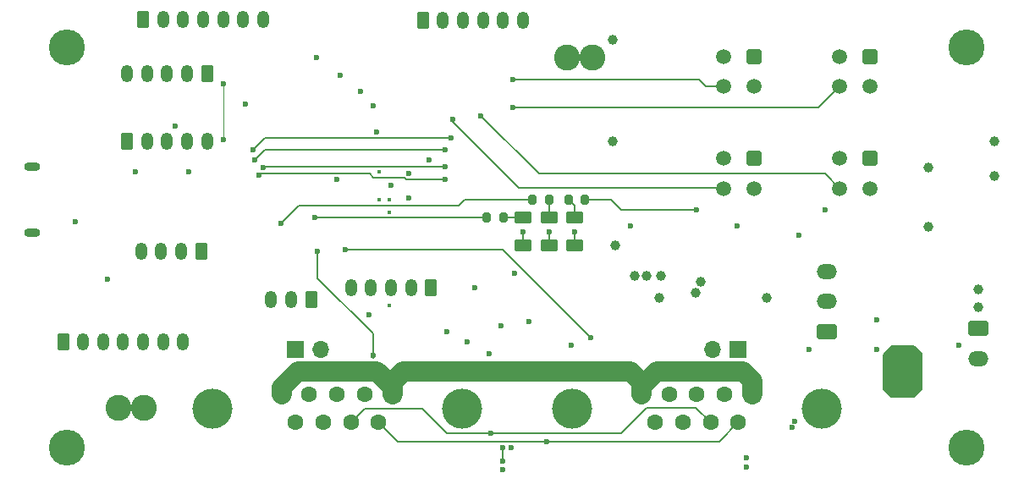
<source format=gbr>
%TF.GenerationSoftware,KiCad,Pcbnew,9.0.0*%
%TF.CreationDate,2025-05-15T11:56:12+12:00*%
%TF.ProjectId,Servo_Board,53657276-6f5f-4426-9f61-72642e6b6963,A*%
%TF.SameCoordinates,Original*%
%TF.FileFunction,Copper,L4,Bot*%
%TF.FilePolarity,Positive*%
%FSLAX46Y46*%
G04 Gerber Fmt 4.6, Leading zero omitted, Abs format (unit mm)*
G04 Created by KiCad (PCBNEW 9.0.0) date 2025-05-15 11:56:12*
%MOMM*%
%LPD*%
G01*
G04 APERTURE LIST*
G04 Aperture macros list*
%AMRoundRect*
0 Rectangle with rounded corners*
0 $1 Rounding radius*
0 $2 $3 $4 $5 $6 $7 $8 $9 X,Y pos of 4 corners*
0 Add a 4 corners polygon primitive as box body*
4,1,4,$2,$3,$4,$5,$6,$7,$8,$9,$2,$3,0*
0 Add four circle primitives for the rounded corners*
1,1,$1+$1,$2,$3*
1,1,$1+$1,$4,$5*
1,1,$1+$1,$6,$7*
1,1,$1+$1,$8,$9*
0 Add four rect primitives between the rounded corners*
20,1,$1+$1,$2,$3,$4,$5,0*
20,1,$1+$1,$4,$5,$6,$7,0*
20,1,$1+$1,$6,$7,$8,$9,0*
20,1,$1+$1,$8,$9,$2,$3,0*%
G04 Aperture macros list end*
%TA.AperFunction,ComponentPad*%
%ADD10C,2.600000*%
%TD*%
%TA.AperFunction,ComponentPad*%
%ADD11C,3.600000*%
%TD*%
%TA.AperFunction,ComponentPad*%
%ADD12RoundRect,0.250000X0.350000X0.625000X-0.350000X0.625000X-0.350000X-0.625000X0.350000X-0.625000X0*%
%TD*%
%TA.AperFunction,ComponentPad*%
%ADD13O,1.200000X1.750000*%
%TD*%
%TA.AperFunction,ComponentPad*%
%ADD14RoundRect,0.250000X-0.350000X-0.625000X0.350000X-0.625000X0.350000X0.625000X-0.350000X0.625000X0*%
%TD*%
%TA.AperFunction,ComponentPad*%
%ADD15R,1.700000X1.700000*%
%TD*%
%TA.AperFunction,ComponentPad*%
%ADD16O,1.700000X1.700000*%
%TD*%
%TA.AperFunction,HeatsinkPad*%
%ADD17O,1.600000X0.900000*%
%TD*%
%TA.AperFunction,SMDPad,CuDef*%
%ADD18RoundRect,0.250000X0.625000X-0.375000X0.625000X0.375000X-0.625000X0.375000X-0.625000X-0.375000X0*%
%TD*%
%TA.AperFunction,ComponentPad*%
%ADD19RoundRect,0.250001X0.499999X0.499999X-0.499999X0.499999X-0.499999X-0.499999X0.499999X-0.499999X0*%
%TD*%
%TA.AperFunction,ComponentPad*%
%ADD20C,1.500000*%
%TD*%
%TA.AperFunction,SMDPad,CuDef*%
%ADD21RoundRect,0.200000X0.200000X0.275000X-0.200000X0.275000X-0.200000X-0.275000X0.200000X-0.275000X0*%
%TD*%
%TA.AperFunction,ComponentPad*%
%ADD22RoundRect,0.250001X0.759999X-0.499999X0.759999X0.499999X-0.759999X0.499999X-0.759999X-0.499999X0*%
%TD*%
%TA.AperFunction,ComponentPad*%
%ADD23O,2.020000X1.500000*%
%TD*%
%TA.AperFunction,ComponentPad*%
%ADD24C,4.000000*%
%TD*%
%TA.AperFunction,ComponentPad*%
%ADD25R,1.600000X1.600000*%
%TD*%
%TA.AperFunction,ComponentPad*%
%ADD26C,1.600000*%
%TD*%
%TA.AperFunction,SMDPad,CuDef*%
%ADD27RoundRect,0.200000X-0.200000X-0.275000X0.200000X-0.275000X0.200000X0.275000X-0.200000X0.275000X0*%
%TD*%
%TA.AperFunction,ComponentPad*%
%ADD28RoundRect,0.250001X-0.759999X0.499999X-0.759999X-0.499999X0.759999X-0.499999X0.759999X0.499999X0*%
%TD*%
%TA.AperFunction,ViaPad*%
%ADD29C,0.450000*%
%TD*%
%TA.AperFunction,ViaPad*%
%ADD30C,0.600000*%
%TD*%
%TA.AperFunction,ViaPad*%
%ADD31C,1.000000*%
%TD*%
%TA.AperFunction,Conductor*%
%ADD32C,0.200000*%
%TD*%
%TA.AperFunction,Conductor*%
%ADD33C,2.000000*%
%TD*%
%TA.AperFunction,Conductor*%
%ADD34C,0.100000*%
%TD*%
G04 APERTURE END LIST*
D10*
%TO.P,TP20,1,1*%
%TO.N,GND*%
X155000000Y-81000000D03*
X157540000Y-81000000D03*
%TD*%
%TO.P,TP19,1,1*%
%TO.N,GND*%
X110130000Y-116000000D03*
X112670000Y-116000000D03*
%TD*%
D11*
%TO.P,H4,1,1*%
%TO.N,GND*%
X195000000Y-120000000D03*
%TD*%
D12*
%TO.P,J1,1,Pin_1*%
%TO.N,/SWCLK*%
X118400000Y-100400000D03*
D13*
%TO.P,J1,2,Pin_2*%
%TO.N,GND*%
X116400000Y-100400000D03*
%TO.P,J1,3,Pin_3*%
%TO.N,/SWDIO*%
X114400000Y-100400000D03*
%TO.P,J1,4,Pin_4*%
%TO.N,/NRST*%
X112400000Y-100400000D03*
%TD*%
D14*
%TO.P,J18,1,Pin_1*%
%TO.N,GND*%
X112600000Y-77200000D03*
D13*
%TO.P,J18,2,Pin_2*%
%TO.N,/PWM_EXT*%
X114600000Y-77200000D03*
%TO.P,J18,3,Pin_3*%
%TO.N,/A11*%
X116600000Y-77200000D03*
%TO.P,J18,4,Pin_4*%
%TO.N,+3V3*%
X118600000Y-77200000D03*
%TO.P,J18,5,Pin_5*%
%TO.N,/A9*%
X120600000Y-77200000D03*
%TO.P,J18,6,Pin_6*%
%TO.N,/A8*%
X122600000Y-77200000D03*
%TO.P,J18,7,Pin_7*%
%TO.N,GND*%
X124600000Y-77200000D03*
%TD*%
D15*
%TO.P,J10,1,Pin_1*%
%TO.N,/CANL2*%
X127800000Y-110200000D03*
D16*
%TO.P,J10,2,Pin_2*%
%TO.N,Net-(J10-Pin_2)*%
X130340000Y-110200000D03*
%TD*%
D14*
%TO.P,J8,1,Pin_1*%
%TO.N,GND*%
X140600000Y-77250000D03*
D13*
%TO.P,J8,2,Pin_2*%
%TO.N,/SPI_MOSI*%
X142600000Y-77250000D03*
%TO.P,J8,3,Pin_3*%
%TO.N,/SPI_MISO*%
X144600000Y-77250000D03*
%TO.P,J8,4,Pin_4*%
%TO.N,/SPI_SCK*%
X146600000Y-77250000D03*
%TO.P,J8,5,Pin_5*%
%TO.N,/SPI_CS*%
X148600000Y-77250000D03*
%TO.P,J8,6,Pin_6*%
%TO.N,+3V3*%
X150600000Y-77250000D03*
%TD*%
D11*
%TO.P,H3,1,1*%
%TO.N,GND*%
X105000000Y-120000000D03*
%TD*%
D15*
%TO.P,J9,1,Pin_1*%
%TO.N,/CANH1*%
X172075000Y-110200000D03*
D16*
%TO.P,J9,2,Pin_2*%
%TO.N,Net-(J9-Pin_2)*%
X169535000Y-110200000D03*
%TD*%
D11*
%TO.P,H2,1,1*%
%TO.N,GND*%
X195000000Y-80000000D03*
%TD*%
D12*
%TO.P,J2,1,Pin_1*%
%TO.N,/UART2_RX*%
X129400000Y-105200000D03*
D13*
%TO.P,J2,2,Pin_2*%
%TO.N,GND*%
X127400000Y-105200000D03*
%TO.P,J2,3,Pin_3*%
%TO.N,/UART2_TX*%
X125400000Y-105200000D03*
%TD*%
D17*
%TO.P,J4,6,Shield*%
%TO.N,unconnected-(J4-Shield-Pad6)*%
X101525000Y-91900000D03*
%TO.N,unconnected-(J4-Shield-Pad6)_1*%
X101525000Y-98500000D03*
%TD*%
D11*
%TO.P,H1,1,1*%
%TO.N,GND*%
X105000000Y-80000000D03*
%TD*%
D18*
%TO.P,D2,1,K*%
%TO.N,GND*%
X153200000Y-99800000D03*
%TO.P,D2,2,A*%
%TO.N,Net-(D2-A)*%
X153200000Y-97000000D03*
%TD*%
D19*
%TO.P,J17,1,Pin_1*%
%TO.N,+7V4*%
X173700000Y-80880000D03*
D20*
%TO.P,J17,2,Pin_2*%
%TO.N,/PWM_D*%
X170700000Y-80880000D03*
%TO.P,J17,3,Pin_3*%
%TO.N,GND*%
X173700000Y-83880000D03*
%TO.P,J17,4,Pin_4*%
%TO.N,Net-(J17-Pin_4)*%
X170700000Y-83880000D03*
%TD*%
D18*
%TO.P,D1,1,K*%
%TO.N,GND*%
X155800000Y-99800000D03*
%TO.P,D1,2,A*%
%TO.N,Net-(D1-A)*%
X155800000Y-97000000D03*
%TD*%
D19*
%TO.P,J16,1,Pin_1*%
%TO.N,+7V4*%
X185300000Y-80880000D03*
D20*
%TO.P,J16,2,Pin_2*%
%TO.N,/PWM_C*%
X182300000Y-80880000D03*
%TO.P,J16,3,Pin_3*%
%TO.N,GND*%
X185300000Y-83880000D03*
%TO.P,J16,4,Pin_4*%
%TO.N,Net-(J16-Pin_4)*%
X182300000Y-83880000D03*
%TD*%
D21*
%TO.P,R1,1*%
%TO.N,+7V4*%
X156825000Y-95200000D03*
%TO.P,R1,2*%
%TO.N,Net-(D1-A)*%
X155175000Y-95200000D03*
%TD*%
D22*
%TO.P,J19,1,Pin_1*%
%TO.N,Net-(J19-Pin_1)*%
X181000000Y-108400000D03*
D23*
%TO.P,J19,2,Pin_2*%
%TO.N,GND*%
X181000000Y-105400000D03*
%TO.P,J19,3,Pin_3*%
X181000000Y-102400000D03*
%TD*%
D24*
%TO.P,J12,0*%
%TO.N,N/C*%
X144500000Y-116094669D03*
X119500000Y-116094669D03*
D25*
%TO.P,J12,1,1*%
%TO.N,/+7V4_CAN*%
X137540000Y-114674669D03*
D26*
%TO.P,J12,2,2*%
%TO.N,GND*%
X134770000Y-114674669D03*
%TO.P,J12,3,3*%
%TO.N,/CAN2_AUX*%
X132000000Y-114674669D03*
%TO.P,J12,4,4*%
%TO.N,GND*%
X129230000Y-114674669D03*
%TO.P,J12,5,5*%
%TO.N,/+7V4_CAN*%
X126460000Y-114674669D03*
%TO.P,J12,6,6*%
%TO.N,/CANH1*%
X136155000Y-117514669D03*
%TO.P,J12,7,7*%
%TO.N,/CANL1*%
X133385000Y-117514669D03*
%TO.P,J12,8,8*%
%TO.N,/CANH2*%
X130615000Y-117514669D03*
%TO.P,J12,9,9*%
%TO.N,/CANL2*%
X127845000Y-117514669D03*
%TD*%
D14*
%TO.P,J5,1,Pin_1*%
%TO.N,GND*%
X111000000Y-89350000D03*
D13*
%TO.P,J5,2,Pin_2*%
%TO.N,/I2C1_SDA*%
X113000000Y-89350000D03*
%TO.P,J5,3,Pin_3*%
%TO.N,unconnected-(J5-Pin_3-Pad3)*%
X115000000Y-89350000D03*
%TO.P,J5,4,Pin_4*%
%TO.N,/I2C1_SCL*%
X117000000Y-89350000D03*
%TO.P,J5,5,Pin_5*%
%TO.N,+3V3*%
X119000000Y-89350000D03*
%TD*%
D18*
%TO.P,D3,1,K*%
%TO.N,GND*%
X150600000Y-99800000D03*
%TO.P,D3,2,A*%
%TO.N,Net-(D3-A)*%
X150600000Y-97000000D03*
%TD*%
D19*
%TO.P,J15,1,Pin_1*%
%TO.N,+7V4*%
X173700000Y-91080000D03*
D20*
%TO.P,J15,2,Pin_2*%
%TO.N,/PWM_A*%
X170700000Y-91080000D03*
%TO.P,J15,3,Pin_3*%
%TO.N,GND*%
X173700000Y-94080000D03*
%TO.P,J15,4,Pin_4*%
%TO.N,Net-(J15-Pin_4)*%
X170700000Y-94080000D03*
%TD*%
D14*
%TO.P,J3,1,Pin_1*%
%TO.N,GND*%
X104600000Y-109400000D03*
D13*
%TO.P,J3,2,Pin_2*%
%TO.N,/E1*%
X106600000Y-109400000D03*
%TO.P,J3,3,Pin_3*%
%TO.N,/E2*%
X108600000Y-109400000D03*
%TO.P,J3,4,Pin_4*%
%TO.N,+3V3*%
X110600000Y-109400000D03*
%TO.P,J3,5,Pin_5*%
%TO.N,/E3*%
X112600000Y-109400000D03*
%TO.P,J3,6,Pin_6*%
%TO.N,/E4*%
X114600000Y-109400000D03*
%TO.P,J3,7,Pin_7*%
%TO.N,GND*%
X116600000Y-109400000D03*
%TD*%
D24*
%TO.P,J6,0*%
%TO.N,N/C*%
X180500000Y-116094669D03*
X155500000Y-116094669D03*
D25*
%TO.P,J6,1,1*%
%TO.N,/+7V4_CAN*%
X173540000Y-114674669D03*
D26*
%TO.P,J6,2,2*%
%TO.N,GND*%
X170770000Y-114674669D03*
%TO.P,J6,3,3*%
%TO.N,/CAN1_AUX*%
X168000000Y-114674669D03*
%TO.P,J6,4,4*%
%TO.N,GND*%
X165230000Y-114674669D03*
%TO.P,J6,5,5*%
%TO.N,/+7V4_CAN*%
X162460000Y-114674669D03*
%TO.P,J6,6,6*%
%TO.N,/CANH1*%
X172155000Y-117514669D03*
%TO.P,J6,7,7*%
%TO.N,/CANL1*%
X169385000Y-117514669D03*
%TO.P,J6,8,8*%
%TO.N,/CANH2*%
X166615000Y-117514669D03*
%TO.P,J6,9,9*%
%TO.N,/CANL2*%
X163845000Y-117514669D03*
%TD*%
D12*
%TO.P,J7,1,Pin_1*%
%TO.N,GND*%
X141400000Y-104050000D03*
D13*
%TO.P,J7,2,Pin_2*%
%TO.N,/I2C2_SDA*%
X139400000Y-104050000D03*
%TO.P,J7,3,Pin_3*%
%TO.N,unconnected-(J7-Pin_3-Pad3)*%
X137400000Y-104050000D03*
%TO.P,J7,4,Pin_4*%
%TO.N,/I2C2_SCL*%
X135400000Y-104050000D03*
%TO.P,J7,5,Pin_5*%
%TO.N,+3V3*%
X133400000Y-104050000D03*
%TD*%
D27*
%TO.P,R3,1*%
%TO.N,/LED2*%
X146975000Y-97000000D03*
%TO.P,R3,2*%
%TO.N,Net-(D3-A)*%
X148625000Y-97000000D03*
%TD*%
%TO.P,R2,1*%
%TO.N,/LED1*%
X151575000Y-95200000D03*
%TO.P,R2,2*%
%TO.N,Net-(D2-A)*%
X153225000Y-95200000D03*
%TD*%
D12*
%TO.P,J11,1,Pin_1*%
%TO.N,GND*%
X119000000Y-82600000D03*
D13*
%TO.P,J11,2,Pin_2*%
%TO.N,/I2C3_SDA*%
X117000000Y-82600000D03*
%TO.P,J11,3,Pin_3*%
%TO.N,unconnected-(J11-Pin_3-Pad3)*%
X115000000Y-82600000D03*
%TO.P,J11,4,Pin_4*%
%TO.N,/I2C3_SCL*%
X113000000Y-82600000D03*
%TO.P,J11,5,Pin_5*%
%TO.N,+3V3*%
X111000000Y-82600000D03*
%TD*%
D19*
%TO.P,J14,1,Pin_1*%
%TO.N,+7V4*%
X185300000Y-91080000D03*
D20*
%TO.P,J14,2,Pin_2*%
%TO.N,/PWM_B*%
X182300000Y-91080000D03*
%TO.P,J14,3,Pin_3*%
%TO.N,GND*%
X185300000Y-94080000D03*
%TO.P,J14,4,Pin_4*%
%TO.N,Net-(J14-Pin_4)*%
X182300000Y-94080000D03*
%TD*%
D28*
%TO.P,SW1,1,Pin_1*%
%TO.N,+7V4*%
X196185000Y-108100000D03*
D23*
%TO.P,SW1,2,Pin_2*%
%TO.N,Net-(SW1-Pin_2)*%
X196185000Y-111100000D03*
%TD*%
D29*
%TO.N,+3V3*%
X137200000Y-95200000D03*
D30*
X155400000Y-109800000D03*
D29*
X137200000Y-105800000D03*
D30*
X194200000Y-109800000D03*
X109000000Y-103200000D03*
X179200000Y-110200000D03*
X117200000Y-92400000D03*
D31*
X163000000Y-102800000D03*
X161800000Y-102800000D03*
X159850000Y-99800000D03*
D30*
X147200000Y-110600000D03*
X145775000Y-104000000D03*
D31*
X164400000Y-102800000D03*
D29*
X136200000Y-92400000D03*
X136200000Y-95200000D03*
D30*
X111800000Y-92400000D03*
X143000000Y-108400000D03*
X122800000Y-85600000D03*
%TO.N,GND*%
X141200000Y-91200000D03*
X148400000Y-107800000D03*
X105800000Y-97400000D03*
D31*
X159600000Y-89400000D03*
X175000000Y-105000000D03*
D30*
X132000000Y-93200000D03*
D29*
X137200894Y-96447971D03*
D30*
X151200000Y-107400000D03*
D31*
X168400000Y-103400000D03*
D30*
X148600000Y-122200000D03*
X137400000Y-93800000D03*
X132350000Y-82800000D03*
X161400000Y-97800000D03*
X149400000Y-120000000D03*
X139200000Y-92600000D03*
D31*
X159600000Y-79200000D03*
D30*
X149800000Y-102600000D03*
X150600000Y-98400000D03*
X177800000Y-117400000D03*
D31*
X197800000Y-92800000D03*
D30*
X134350000Y-84400000D03*
X173000000Y-122000000D03*
X186000000Y-110200000D03*
X180800000Y-96200000D03*
X129950000Y-81000000D03*
X177575000Y-118000000D03*
X139200000Y-95000000D03*
X135600000Y-85800000D03*
X172000000Y-97800000D03*
X145000000Y-109400000D03*
X135200000Y-106740000D03*
X178200000Y-98800000D03*
D31*
X164200000Y-105000000D03*
D30*
X186000000Y-107200000D03*
D31*
X167900000Y-104500000D03*
D30*
X153200000Y-98400000D03*
X115800000Y-87800000D03*
X155800000Y-98400000D03*
D31*
X197800000Y-89400000D03*
D30*
X136000000Y-88400000D03*
X173000000Y-121000000D03*
D31*
%TO.N,+7V4*%
X196185000Y-106000000D03*
D30*
X168000000Y-96200000D03*
D31*
X196185000Y-104200000D03*
X191200000Y-92000000D03*
X191200000Y-97900000D03*
D30*
%TO.N,Net-(D8-A)*%
X188600000Y-114400000D03*
X187400000Y-113000000D03*
X189200000Y-110250002D03*
%TO.N,/CANL1*%
X147400000Y-118600000D03*
%TO.N,/CANH1*%
X153000000Y-119400000D03*
%TO.N,/CAN1_AUX*%
X132800000Y-100200000D03*
X157400000Y-109000000D03*
%TO.N,/CANL2*%
X148600000Y-121400000D03*
X148600000Y-120000000D03*
%TO.N,/CAN2_AUX*%
X130000000Y-100400000D03*
X135600000Y-110800000D03*
%TO.N,Net-(J14-Pin_4)*%
X146400000Y-86800000D03*
%TO.N,/PWM_B*%
X124180721Y-92750000D03*
X142800000Y-93201000D03*
%TO.N,Net-(J15-Pin_4)*%
X143600000Y-87200000D03*
%TO.N,/PWM_A*%
X124600000Y-92000000D03*
X142800000Y-91874000D03*
%TO.N,/PWM_C*%
X142800000Y-90200000D03*
X123800000Y-91200000D03*
%TO.N,Net-(J16-Pin_4)*%
X149600000Y-86000000D03*
%TO.N,/PWM_D*%
X123600000Y-90200000D03*
X143400000Y-89001000D03*
%TO.N,Net-(J17-Pin_4)*%
X149600000Y-83200000D03*
%TO.N,/PWM_EXT*%
X120600000Y-89200000D03*
X120600000Y-83600000D03*
%TO.N,/LED1*%
X126400000Y-97600000D03*
%TO.N,/LED2*%
X129800000Y-97000000D03*
%TD*%
D32*
%TO.N,/CANH1*%
X170269668Y-119400000D02*
X172155000Y-117514669D01*
X136155000Y-117514669D02*
X138040331Y-119400000D01*
X138040331Y-119400000D02*
X170269668Y-119400000D01*
%TO.N,GND*%
X155800000Y-99800000D02*
X155800000Y-98400000D01*
X150600000Y-99800000D02*
X150600000Y-98400000D01*
X153200000Y-99800000D02*
X153200000Y-98400000D01*
%TO.N,+7V4*%
X159400000Y-95200000D02*
X156825000Y-95200000D01*
X160400000Y-96200000D02*
X159400000Y-95200000D01*
X168000000Y-96200000D02*
X160400000Y-96200000D01*
%TO.N,Net-(D1-A)*%
X155800000Y-95825000D02*
X155800000Y-97000000D01*
X155175000Y-95200000D02*
X155800000Y-95825000D01*
%TO.N,Net-(D2-A)*%
X153225000Y-96975000D02*
X153200000Y-97000000D01*
X153225000Y-95200000D02*
X153225000Y-96975000D01*
%TO.N,Net-(D3-A)*%
X148625000Y-97000000D02*
X150600000Y-97000000D01*
X150400000Y-96800000D02*
X150600000Y-97000000D01*
D33*
%TO.N,/+7V4_CAN*%
X173540000Y-113340000D02*
X173540000Y-113460000D01*
X161400000Y-112400000D02*
X162460000Y-113460000D01*
X162460000Y-114674669D02*
X162460000Y-113940000D01*
X162460000Y-113460000D02*
X162460000Y-114674669D01*
X172600000Y-112400000D02*
X173540000Y-113340000D01*
X137540000Y-114674669D02*
X137540000Y-113460000D01*
X162460000Y-113940000D02*
X164000000Y-112400000D01*
X126460000Y-114002180D02*
X128062180Y-112400000D01*
X136000000Y-112400000D02*
X137540000Y-113940000D01*
X138600000Y-112400000D02*
X161400000Y-112400000D01*
X173540000Y-113460000D02*
X173540000Y-114674669D01*
X137540000Y-113460000D02*
X138600000Y-112400000D01*
X137540000Y-113940000D02*
X137540000Y-114674669D01*
X126460000Y-114674669D02*
X126460000Y-114002180D01*
X164000000Y-112400000D02*
X172600000Y-112400000D01*
X128062180Y-112400000D02*
X136000000Y-112400000D01*
D32*
%TO.N,/CANL1*%
X133385000Y-117514669D02*
X134801885Y-116097784D01*
X160400000Y-118600000D02*
X163000000Y-116000000D01*
X140497784Y-116097784D02*
X143000000Y-118600000D01*
X134801885Y-116097784D02*
X140497784Y-116097784D01*
X167870331Y-116000000D02*
X169385000Y-117514669D01*
X151600000Y-118600000D02*
X160400000Y-118600000D01*
X143000000Y-118600000D02*
X151600000Y-118600000D01*
X163000000Y-116000000D02*
X167870331Y-116000000D01*
%TO.N,/CAN1_AUX*%
X148600000Y-100200000D02*
X157400000Y-109000000D01*
X132800000Y-100200000D02*
X148600000Y-100200000D01*
%TO.N,/CANL2*%
X148600000Y-120000000D02*
X148600000Y-121400000D01*
%TO.N,/CAN2_AUX*%
X130000000Y-103000000D02*
X130050000Y-103050000D01*
X135600000Y-110800000D02*
X135600000Y-111000000D01*
X130000000Y-100400000D02*
X130000000Y-103000000D01*
X135600000Y-108600000D02*
X135600000Y-110800000D01*
X130050000Y-103050000D02*
X135600000Y-108600000D01*
%TO.N,Net-(J14-Pin_4)*%
X180820000Y-92600000D02*
X155000000Y-92600000D01*
X152200000Y-92600000D02*
X146400000Y-86800000D01*
X155000000Y-92600000D02*
X152200000Y-92600000D01*
X182300000Y-94080000D02*
X180820000Y-92600000D01*
%TO.N,/PWM_B*%
X124180721Y-92750000D02*
X124330721Y-92600000D01*
X135256123Y-92600000D02*
X135656123Y-93000000D01*
X138951057Y-93201000D02*
X142800000Y-93201000D01*
X124330721Y-92600000D02*
X135256123Y-92600000D01*
X135656123Y-93000000D02*
X138750057Y-93000000D01*
X138750057Y-93000000D02*
X138951057Y-93201000D01*
%TO.N,Net-(J15-Pin_4)*%
X143600000Y-87400000D02*
X150200000Y-94000000D01*
X143600000Y-87200000D02*
X143600000Y-87400000D01*
X150200000Y-94000000D02*
X170620000Y-94000000D01*
X170620000Y-94000000D02*
X170700000Y-94080000D01*
%TO.N,/PWM_A*%
X124726000Y-91874000D02*
X142800000Y-91874000D01*
X124600000Y-92000000D02*
X124726000Y-91874000D01*
%TO.N,/PWM_C*%
X124800000Y-90200000D02*
X123800000Y-91200000D01*
X142800000Y-90200000D02*
X124800000Y-90200000D01*
%TO.N,Net-(J16-Pin_4)*%
X177000000Y-86000000D02*
X149600000Y-86000000D01*
X180180000Y-86000000D02*
X177000000Y-86000000D01*
X182300000Y-83880000D02*
X180180000Y-86000000D01*
%TO.N,/PWM_D*%
X123600000Y-90200000D02*
X124799000Y-89001000D01*
X124799000Y-89001000D02*
X143400000Y-89001000D01*
%TO.N,Net-(J17-Pin_4)*%
X168880000Y-83880000D02*
X168200000Y-83200000D01*
X168200000Y-83200000D02*
X149600000Y-83200000D01*
X170700000Y-83880000D02*
X168880000Y-83880000D01*
D34*
%TO.N,/PWM_EXT*%
X120600000Y-83600000D02*
X120600000Y-89200000D01*
D32*
%TO.N,/LED1*%
X144800000Y-95200000D02*
X151575000Y-95200000D01*
X128200000Y-95800000D02*
X144200000Y-95800000D01*
X126400000Y-97600000D02*
X128200000Y-95800000D01*
X144200000Y-95800000D02*
X144800000Y-95200000D01*
%TO.N,/LED2*%
X129800000Y-97000000D02*
X146975000Y-97000000D01*
%TD*%
%TA.AperFunction,Conductor*%
%TO.N,Net-(D8-A)*%
G36*
X189815677Y-109819685D02*
G01*
X189836319Y-109836319D01*
X190563681Y-110563681D01*
X190597166Y-110625004D01*
X190600000Y-110651362D01*
X190600000Y-114148638D01*
X190580315Y-114215677D01*
X190563681Y-114236319D01*
X189836319Y-114963681D01*
X189774996Y-114997166D01*
X189748638Y-115000000D01*
X187451362Y-115000000D01*
X187384323Y-114980315D01*
X187363681Y-114963681D01*
X186636319Y-114236319D01*
X186602834Y-114174996D01*
X186600000Y-114148638D01*
X186600000Y-110780513D01*
X186619685Y-110713474D01*
X186620898Y-110711622D01*
X186621789Y-110710289D01*
X186709394Y-110579179D01*
X186715814Y-110563681D01*
X186762586Y-110450761D01*
X186789461Y-110410538D01*
X187363681Y-109836319D01*
X187425004Y-109802834D01*
X187451362Y-109800000D01*
X189748638Y-109800000D01*
X189815677Y-109819685D01*
G37*
%TD.AperFunction*%
%TD*%
M02*

</source>
